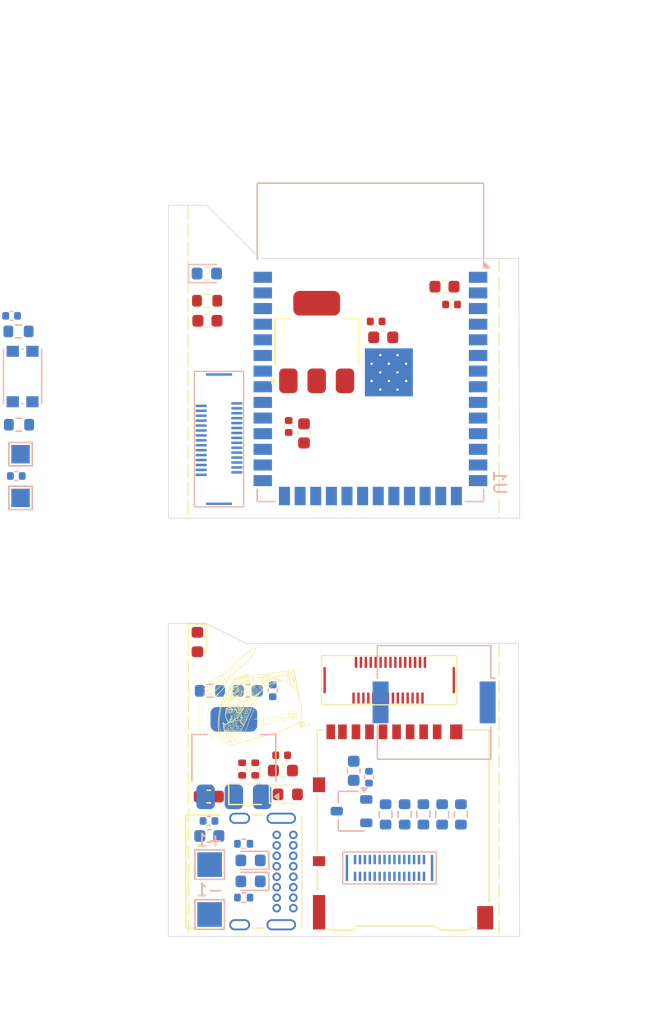
<source format=kicad_pcb>
(kicad_pcb (version 20241229) (generator "pcbnew") (generator_version "9.0")
  (layers (0 "F.Cu" signal) (4 "In1.Cu" signal) (6 "In2.Cu" signal) (2 "B.Cu" signal) (13 "F.Paste" user) (15 "B.Paste" user) (5 "F.SilkS" user "F.Silkscreen") (7 "B.SilkS" user "B.Silkscreen") (1 "F.Mask" user) (3 "B.Mask" user) (25 "Edge.Cuts" user))
  (net 0 "")
  (net 1 "RET")
  (net 2 "CONN_7")
  (net 3 "CONN_20")
  (net 4 "CONN_13")
  (net 5 "CONN_2")
  (net 6 "CONN_1")
  (net 7 "CONN_17")
  (net 8 "CONN_10")
  (net 9 "CONN_14")
  (net 10 "BZR")
  (net 11 "CONN_15")
  (net 12 "CONN_11")
  (net 13 "CONN_26")
  (net 14 "CONN_12")
  (net 15 "CONN_18")
  (net 16 "CONN_22")
  (net 17 "CONN_27")
  (net 18 "CONN_25")
  (net 19 "CONN_4")
  (net 20 "CONN_24")
  (net 21 "CONN_8")
  (net 22 "VCC_5V")
  (net 23 "GPIO0")
  (net 24 "CHIP_PU")
  (net 26 "SD_DET")
  (net 27 "LIPO GND")
  (net 28 "CONN_23")
  (net 29 "CONN_5")
  (net 31 "CONN_3V")
  (net 32 "CONN_3")
  (net 33 "CONN_6")
  (net 34 "CONN_16")
  (net 35 "CONN_9")
  (net 36 "CONN_0")
  (net 37 "CONN_21")
  (net 38 "CONN_19")
  (net 58 "CONN_5V")
  (net 60 "Net-(J5-CC1)")
  (net 61 "Net-(J5-CC2)")
  (net 62 "Net-(D1-A)")
  (net 63 "Net-(D2-A)")
  (net 64 "Net-(D3-A1)")
  (net 65 "Net-(J3-CC1)")
  (net 67 "Net-(J3-CC2)")
  (net 69 "Net-(J4-Pin_1)")
  (net 99 "CONN_28")
  (net 100 "CONN_GND")
  (net 101 "CONN_VCC")
  (footprint "Capacitor_SMD:C_0402_1005Metric" (layer "F.Cu") (at 71.5108 95.4532 180)
    (property "Reference" "C13" (hide yes))
    (property "Value" "100nF" (hide yes))
    (pad "1" smd roundrect (at -0.48 0 180) (size 0.56 0.62) (layers "F.Cu" "F.Mask" "F.Paste") (net 13 "CONN_26"))
    (pad "2" smd roundrect (at 0.48 0 180) (size 0.56 0.62) (layers "F.Cu" "F.Mask" "F.Paste") (net 27 "LIPO GND"))
  )
  (footprint "Capacitor_SMD:C_0603_1608Metric" (layer "F.Cu") (at 71.615 96.6978 180)
    (property "Reference" "C12" (hide yes))
    (property "Value" "10uF" (hide yes))
    (pad "1" smd roundrect (at -0.775 0 180) (size 0.9 0.95) (layers "F.Cu" "F.Mask" "F.Paste") (net 13 "CONN_26"))
    (pad "2" smd roundrect (at 0.775 0 180) (size 0.9 0.95) (layers "F.Cu" "F.Mask" "F.Paste") (net 27 "LIPO GND"))
  )
  (footprint "Diode_SMD:D_SOD-323" (layer "F.Cu") (at 68.8254 98.6028)
    (property "Reference" "D4" (hide yes))
    (property "Value" "1N5819WS" (hide yes))
    (pad "1" smd roundrect (at -1.05 0) (size 0.6 0.45) (layers "F.Cu" "F.Mask" "F.Paste") (net 101 "CONN_VCC"))
    (pad "2" smd roundrect (at 1.05 0) (size 0.6 0.45) (layers "F.Cu" "F.Mask" "F.Paste") (net 64 "Net-(D3-A1)"))
  )
  (footprint "Capacitor_SMD:C_0603_1608Metric" (layer "F.Cu") (at 84.7468 57.404 180)
    (property "Reference" "C3" (hide yes))
    (property "Value" "10uF" (hide yes))
    (pad "1" smd roundrect (at -0.775 0 180) (size 0.9 0.95) (layers "F.Cu" "F.Mask" "F.Paste") (net 101 "CONN_VCC"))
    (pad "2" smd roundrect (at 0.775 0 180) (size 0.9 0.95) (layers "F.Cu" "F.Mask" "F.Paste") (net 100 "CONN_GND"))
  )
  (footprint "MolexFSB:FSB5 Series 0.40 mm Pitch Floating SlimStack Board-to-Board Plugs" (layer "F.Cu") (at 80.2562 89.3572)
    (property "Reference" "J7" (hide yes))
    (property "Value" "Conn_02x16_Top_Bottom" (hide yes))
    (pad "1" smd roundrect (at -2.9 1.45) (size 0.2 0.899998) (layers "F.Cu" "F.Mask" "F.Paste") (roundrect_rratio 0.15))
    (pad "2" smd roundrect (at -2.5 1.45) (size 0.2 0.899998) (layers "F.Cu" "F.Mask" "F.Paste") (roundrect_rratio 0.15))
    (pad "3" smd roundrect (at -2.1 1.45) (size 0.2 0.899998) (layers "F.Cu" "F.Mask" "F.Paste") (roundrect_rratio 0.15))
    (pad "4" smd roundrect (at -1.7 1.45) (size 0.2 0.899998) (layers "F.Cu" "F.Mask" "F.Paste") (roundrect_rratio 0.15))
    (pad "5" smd roundrect (at -1.3 1.45) (size 0.2 0.899998) (layers "F.Cu" "F.Mask" "F.Paste") (roundrect_rratio 0.15))
    (pad "6" smd roundrect (at -0.9 1.45) (size 0.2 0.899998) (layers "F.Cu" "F.Mask" "F.Paste") (roundrect_rratio 0.15))
    (pad "7" smd roundrect (at -0.5 1.45) (size 0.2 0.899998) (layers "F.Cu" "F.Mask" "F.Paste") (roundrect_rratio 0.15))
    (pad "8" smd roundrect (at -0.1 1.45) (size 0.2 0.899998) (layers "F.Cu" "F.Mask" "F.Paste") (roundrect_rratio 0.15))
    (pad "9" smd roundrect (at 0.3 1.45) (size 0.2 0.899998) (layers "F.Cu" "F.Mask" "F.Paste") (roundrect_rratio 0.15))
    (pad "10" smd roundrect (at 0.7 1.45) (size 0.2 0.899998) (layers "F.Cu" "F.Mask" "F.Paste") (roundrect_rratio 0.15))
    (pad "11" smd roundrect (at 1.1 1.45) (size 0.2 0.899998) (layers "F.Cu" "F.Mask" "F.Paste") (roundrect_rratio 0.15))
    (pad "12" smd roundrect (at 1.5 1.45) (size 0.2 0.899998) (layers "F.Cu" "F.Mask" "F.Paste") (roundrect_rratio 0.15))
    (pad "13" smd roundrect (at 1.9 1.45) (size 0.2 0.899998) (layers "F.Cu" "F.Mask" "F.Paste") (roundrect_rratio 0.15))
    (pad "14" smd roundrect (at 2.3 1.45) (size 0.2 0.899998) (layers "F.Cu" "F.Mask" "F.Paste") (roundrect_rratio 0.15))
    (pad "15" smd roundrect (at 2.7 1.45) (size 0.2 0.899998) (layers "F.Cu" "F.Mask" "F.Paste") (roundrect_rratio 0.15))
    (pad "16" smd roundrect (at -2.7 -1.45) (size 0.2 0.899998) (layers "F.Cu" "F.Mask" "F.Paste") (roundrect_rratio 0.15))
    (pad "17" smd roundrect (at -2.3 -1.45) (size 0.2 0.899998) (layers "F.Cu" "F.Mask" "F.Paste") (roundrect_rratio 0.15))
    (pad "18" smd roundrect (at -1.9 -1.45) (size 0.2 0.899998) (layers "F.Cu" "F.Mask" "F.Paste") (roundrect_rratio 0.15))
    (pad "19" smd roundrect (at -1.5 -1.45) (size 0.2 0.899998) (layers "F.Cu" "F.Mask" "F.Paste") (roundrect_rratio 0.15))
    (pad "20" smd roundrect (at -1.1 -1.45) (size 0.2 0.899998) (layers "F.Cu" "F.Mask" "F.Paste") (roundrect_rratio 0.15))
    (pad "21" smd roundrect (at -0.7 -1.45) (size 0.2 0.899998) (layers "F.Cu" "F.Mask" "F.Paste") (roundrect_rratio 0.15))
    (pad "22" smd roundrect (at -0.3 -1.45) (size 0.2 0.899998) (layers "F.Cu" "F.Mask" "F.Paste") (roundrect_rratio 0.15))
    (pad "23" smd roundrect (at 0.1 -1.45) (size 0.2 0.899998) (layers "F.Cu" "F.Mask" "F.Paste") (roundrect_rratio 0.15))
    (pad "24" smd roundrect (at 0.5 -1.45) (size 0.2 0.899998) (layers "F.Cu" "F.Mask" "F.Paste") (roundrect_rratio 0.15))
    (pad "25" smd roundrect (at 0.9 -1.45) (size 0.2 0.899998) (layers "F.Cu" "F.Mask" "F.Paste") (roundrect_rratio 0.15))
    (pad "26" smd roundrect (at 1.3 -1.45) (size 0.2 0.899998) (layers "F.Cu" "F.Mask" "F.Paste") (roundrect_rratio 0.15))
    (pad "27" smd roundrect (at 1.7 -1.45) (size 0.2 0.899998) (layers "F.Cu" "F.Mask" "F.Paste") (roundrect_rratio 0.15))
    (pad "28" smd roundrect (at 2.1 -1.45) (size 0.2 0.899998) (layers "F.Cu" "F.Mask" "F.Paste") (roundrect_rratio 0.15))
    (pad "29" smd roundrect (at 2.5 -1.45) (size 0.2 0.899998) (layers "F.Cu" "F.Mask" "F.Paste") (roundrect_rratio 0.15))
    (pad "30" smd roundrect (at 2.9 -1.45) (size 0.2 0.899998) (layers "F.Cu" "F.Mask" "F.Paste") (roundrect_rratio 0.15))
    (pad "31" smd roundrect (at -5.25 0) (size 0.2 2.119998) (layers "F.Cu" "F.Mask" "F.Paste") (roundrect_rratio 0.15))
    (pad "32" smd roundrect (at 5.25 0) (size 0.2 2.119998) (layers "F.Cu" "F.Mask" "F.Paste") (roundrect_rratio 0.15))
  )
  (footprint "Capacitor_SMD:C_0603_1608Metric" (layer "F.Cu") (at 79.769 61.5188)
    (property "Reference" "C6" (hide yes))
    (property "Value" "10uF" (hide yes))
    (pad "1" smd roundrect (at -0.775 0) (size 0.9 0.95) (layers "F.Cu" "F.Mask" "F.Paste") (net 101 "CONN_VCC"))
    (pad "2" smd roundrect (at 0.775 0) (size 0.9 0.95) (layers "F.Cu" "F.Mask" "F.Paste") (net 100 "CONN_GND"))
  )
  (footprint "Resistor_SMD:R_0603_1608Metric" (layer "F.Cu") (at 65.4558 58.547)
    (property "Reference" "R1" (hide yes))
    (property "Value" "10k" (hide yes))
    (pad "1" smd roundrect (at -0.825 0) (size 0.8 0.95) (layers "F.Cu" "F.Mask" "F.Paste") (net 101 "CONN_VCC"))
    (pad "2" smd roundrect (at 0.825 0) (size 0.8 0.95) (layers "F.Cu" "F.Mask" "F.Paste") (net 24 "CHIP_PU"))
  )
  (footprint "Capacitor_SMD:C_0603_1608Metric" (layer "F.Cu") (at 65.4812 60.1726 180)
    (property "Reference" "C1" (hide yes))
    (property "Value" "1uF" (hide yes))
    (pad "1" smd roundrect (at -0.775 0 180) (size 0.9 0.95) (layers "F.Cu" "F.Mask" "F.Paste") (net 24 "CHIP_PU"))
    (pad "2" smd roundrect (at 0.775 0 180) (size 0.9 0.95) (layers "F.Cu" "F.Mask" "F.Paste") (net 100 "CONN_GND"))
  )
  (footprint "Connector_Card:microSD_HC_Hirose_DM3AT-SF-PEJM5" (layer "F.Cu") (at 81.379047 101.2744)
    (property "Reference" "J6" (hide yes))
    (property "Value" "Micro_SD_Card_Det2")
    (pad "1" smd rect (at 2.775 -7.725) (size 0.7 1.2) (layers "F.Cu" "F.Mask" "F.Paste") (net 28 "CONN_23"))
    (pad "2" smd rect (at 1.675 -7.725) (size 0.7 1.2) (layers "F.Cu" "F.Mask" "F.Paste") (net 20 "CONN_24"))
    (pad "3" smd rect (at 0.575 -7.725) (size 0.7 1.2) (layers "F.Cu" "F.Mask" "F.Paste") (net 18 "CONN_25"))
    (pad "4" smd rect (at -0.525 -7.725) (size 0.7 1.2) (layers "F.Cu" "F.Mask" "F.Paste") (net 101 "CONN_VCC"))
    (pad "5" smd rect (at -1.625 -7.725) (size 0.7 1.2) (layers "F.Cu" "F.Mask" "F.Paste") (net 13 "CONN_26"))
    (pad "6" smd rect (at -2.725 -7.725) (size 0.7 1.2) (layers "F.Cu" "F.Mask" "F.Paste") (net 100 "CONN_GND"))
    (pad "7" smd rect (at -3.825 -7.725) (size 0.7 1.2) (layers "F.Cu" "F.Mask" "F.Paste") (net 17 "CONN_27"))
    (pad "8" smd rect (at -4.925 -7.725) (size 0.7 1.2) (layers "F.Cu" "F.Mask" "F.Paste") (net 99 "CONN_28"))
    (pad "9" smd rect (at -5.875 -7.725) (size 0.7 1.2) (layers "F.Cu" "F.Mask" "F.Paste") (net 26 "SD_DET"))
    (pad "10" smd rect (at -6.825 2.775) (size 1 0.8) (layers "F.Cu" "F.Mask" "F.Paste") (net 26 "SD_DET"))
    (pad "11" smd rect (at -6.825 -3.425) (size 1 1.2) (layers "F.Cu" "F.Mask" "F.Paste") (net 100 "CONN_GND"))
    (pad "11" smd rect (at -6.825 6.925) (size 1 2.8) (layers "F.Cu" "F.Mask" "F.Paste") (net 100 "CONN_GND"))
    (pad "11" smd rect (at 4.325 -7.725) (size 1 1.2) (layers "F.Cu" "F.Mask" "F.Paste") (net 100 "CONN_GND"))
    (pad "11" smd rect (at 6.675 7.375) (size 1.3 1.9) (layers "F.Cu" "F.Mask" "F.Paste") (net 100 "CONN_GND"))
  )
  (footprint "Capacitor_SMD:C_0402_1005Metric" (layer "F.Cu") (at 79.1946 60.2234)
    (property "Reference" "C7" (hide yes))
    (property "Value" "0u1F" (hide yes))
    (pad "1" smd roundrect (at -0.48 0) (size 0.56 0.62) (layers "F.Cu" "F.Mask" "F.Paste") (net 101 "CONN_VCC"))
    (pad "2" smd roundrect (at 0.48 0) (size 0.56 0.62) (layers "F.Cu" "F.Mask" "F.Paste") (net 100 "CONN_GND"))
  )
  (footprint "lib:tacos_logo" (layer "F.Cu") (at 72.20462 81.119335)
    (property "Reference" "G***" (hide yes))
    (property "Value" "LOGO" (hide yes))
  )
  (footprint "Capacitor_SMD:C_0402_1005Metric" (layer "F.Cu") (at 85.3212 58.8518 180)
    (property "Reference" "C2" (hide yes))
    (property "Value" "0u1F" (hide yes))
    (pad "1" smd roundrect (at -0.48 0 180) (size 0.56 0.62) (layers "F.Cu" "F.Mask" "F.Paste") (net 101 "CONN_VCC"))
    (pad "2" smd roundrect (at 0.48 0 180) (size 0.56 0.62) (layers "F.Cu" "F.Mask" "F.Paste") (net 100 "CONN_GND"))
  )
  (footprint "LED_SMD:LED_0603_1608Metric" (layer "F.Cu") (at 64.6684 86.2584 -90)
    (property "Reference" "D2" (hide yes))
    (property "Value" "PWRLED" (hide yes))
    (pad "1" smd roundrect (at -0.7875 0 270) (size 0.875 0.95) (layers "F.Cu" "F.Mask" "F.Paste") (net 100 "CONN_GND"))
    (pad "2" smd roundrect (at 0.7875 0 270) (size 0.875 0.95) (layers "F.Cu" "F.Mask" "F.Paste") (net 63 "Net-(D2-A)"))
  )
  (footprint "Diode_SMD:D_0603_1608Metric" (layer "F.Cu") (at 72.0089 98.6282)
    (property "Reference" "D3" (hide yes))
    (property "Value" "D_TVS_Small_Filled" (hide yes))
    (pad "1" smd roundrect (at -0.7875 0) (size 0.875 0.95) (layers "F.Cu" "F.Mask" "F.Paste") (net 64 "Net-(D3-A1)"))
    (pad "2" smd roundrect (at 0.7875 0) (size 0.875 0.95) (layers "F.Cu" "F.Mask" "F.Paste") (net 100 "CONN_GND"))
  )
  (footprint "Connector_USB:USB_C_Receptacle_GCT_USB4085" (layer "F.Cu") (at 72.460647 101.9172 -90)
    (property "Reference" "J3" (hide yes))
    (property "Value" "USB_C_Receptacle_USB2.0_16P" (hide yes))
    (pad "A1" thru_hole circle (at 0 0 270) (size 0.7 0.7) (drill 0.4) (layers "*.Cu" "*.Mask") (net 100 "CONN_GND"))
    (pad "A4" thru_hole circle (at 0.85 0 270) (size 0.7 0.7) (drill 0.4) (layers "*.Cu" "*.Mask") (net 64 "Net-(D3-A1)"))
    (pad "A5" thru_hole circle (at 1.7 0 270) (size 0.7 0.7) (drill 0.4) (layers "*.Cu" "*.Mask") (net 65 "Net-(J3-CC1)"))
    (pad "A6" thru_hole circle (at 2.55 0 270) (size 0.7 0.7) (drill 0.4) (layers "*.Cu" "*.Mask") (net 11 "CONN_15"))
    (pad "A7" thru_hole circle (at 3.4 0 270) (size 0.7 0.7) (drill 0.4) (layers "*.Cu" "*.Mask") (net 9 "CONN_14"))
    (pad "A8" thru_hole circle (at 4.25 0 270) (size 0.7 0.7) (drill 0.4) (layers "*.Cu" "*.Mask"))
    (pad "A9" thru_hole circle (at 5.1 0 270) (size 0.7 0.7) (drill 0.4) (layers "*.Cu" "*.Mask") (net 64 "Net-(D3-A1)"))
    (pad "A12" thru_hole circle (at 5.95 0 270) (size 0.7 0.7) (drill 0.4) (layers "*.Cu" "*.Mask") (net 100 "CONN_GND"))
    (pad "B1" thru_hole circle (at 5.95 1.35 270) (size 0.7 0.7) (drill 0.4) (layers "*.Cu" "*.Mask") (net 100 "CONN_GND"))
    (pad "B4" thru_hole circle (at 5.1 1.35 270) (size 0.7 0.7) (drill 0.4) (layers "*.Cu" "*.Mask") (net 64 "Net-(D3-A1)"))
    (pad "B5" thru_hole circle (at 4.25 1.35 270) (size 0.7 0.7) (drill 0.4) (layers "*.Cu" "*.Mask") (net 67 "Net-(J3-CC2)"))
    (pad "B6" thru_hole circle (at 3.4 1.35 270) (size 0.7 0.7) (drill 0.4) (layers "*.Cu" "*.Mask") (net 11 "CONN_15"))
    (pad "B7" thru_hole circle (at 2.55 1.35 270) (size 0.7 0.7) (drill 0.4) (layers "*.Cu" "*.Mask") (net 9 "CONN_14"))
    (pad "B8" thru_hole circle (at 1.7 1.35 270) (size 0.7 0.7) (drill 0.4) (layers "*.Cu" "*.Mask"))
    (pad "B9" thru_hole circle (at 0.85 1.35 270) (size 0.7 0.7) (drill 0.4) (layers "*.Cu" "*.Mask") (net 64 "Net-(D3-A1)"))
    (pad "B12" thru_hole circle (at 0 1.35 270) (size 0.7 0.7) (drill 0.4) (layers "*.Cu" "*.Mask") (net 100 "CONN_GND"))
    (pad "S1" thru_hole oval (at -1.35 0.98 270) (size 0.9 2.4) (drill oval 0.6 2.1) (layers "*.Cu" "*.Mask") (net 100 "CONN_GND"))
    (pad "S1" thru_hole oval (at -1.35 4.36 270) (size 0.9 1.7) (drill oval 0.6 1.4) (layers "*.Cu" "*.Mask") (net 100 "CONN_GND"))
    (pad "S1" thru_hole oval (at 7.3 0.98 270) (size 0.9 2.4) (drill oval 0.6 2.1) (layers "*.Cu" "*.Mask") (net 100 "CONN_GND"))
    (pad "S1" thru_hole oval (at 7.3 4.36 270) (size 0.9 1.7) (drill oval 0.6 1.4) (layers "*.Cu" "*.Mask") (net 100 "CONN_GND"))
  )
  (footprint "Resistor_SMD:R_0603_1608Metric" (layer "F.Cu") (at 65.4304 56.3372)
    (property "Reference" "R2" (hide yes))
    (property "Value" "75" (hide yes))
    (pad "1" smd roundrect (at -0.825 0) (size 0.8 0.95) (layers "F.Cu" "F.Mask" "F.Paste") (net 101 "CONN_VCC"))
    (pad "2" smd roundrect (at 0.825 0) (size 0.8 0.95) (layers "F.Cu" "F.Mask" "F.Paste") (net 62 "Net-(D1-A)"))
  )
  (footprint "Capacitor_SMD:C_0402_1005Metric" (layer "F.Cu") (at 72.0852 68.7578 -90)
    (property "Reference" "C5" (hide yes))
    (property "Value" "0u1F" (hide yes))
    (pad "1" smd roundrect (at -0.48 0 270) (size 0.56 0.62) (layers "F.Cu" "F.Mask" "F.Paste") (net 31 "CONN_3V"))
    (pad "2" smd roundrect (at 0.48 0 270) (size 0.56 0.62) (layers "F.Cu" "F.Mask" "F.Paste") (net 100 "CONN_GND"))
  )
  (footprint "Capacitor_SMD:C_0603_1608Metric" (layer "F.Cu") (at 65.5952 98.806 180)
    (property "Reference" "C12" (hide yes))
    (property "Value" "10uF" (hide yes))
    (pad "1" smd roundrect (at -0.775 0 180) (size 0.9 0.95) (layers "F.Cu" "F.Mask" "F.Paste") (net 101 "CONN_VCC"))
    (pad "2" smd roundrect (at 0.775 0 180) (size 0.9 0.95) (layers "F.Cu" "F.Mask" "F.Paste") (net 100 "CONN_GND"))
  )
  (footprint "Resistor_SMD:R_0402_1005Metric" (layer "F.Cu") (at 68.2986 96.5748 90)
    (property "Reference" "R2" (hide yes))
    (property "Value" "5k1" (hide yes))
    (pad "1" smd roundrect (at -0.51 0 90) (size 0.54 0.64) (layers "F.Cu" "F.Mask" "F.Paste") (net 60 "Net-(J5-CC1)"))
    (pad "2" smd roundrect (at 0.51 0 90) (size 0.54 0.64) (layers "F.Cu" "F.Mask" "F.Paste") (net 27 "LIPO GND"))
  )
  (footprint "Package_TO_SOT_SMD:SOT-223-3_TabPin2" (layer "F.Cu") (at 74.3598 61.8994 90)
    (property "Reference" "U2" (hide yes))
    (property "Value" "AMS1117-3.3" (hide yes))
    (pad "1" smd roundrect (at -3.15 -2.3 90) (size 2 1.5) (layers "F.Cu" "F.Mask" "F.Paste") (net 100 "CONN_GND"))
    (pad "2" smd roundrect (at -3.15 0 90) (size 2 1.5) (layers "F.Cu" "F.Mask" "F.Paste") (net 101 "CONN_VCC"))
    (pad "2" smd roundrect (at 3.15 0 90) (size 2 3.8) (layers "F.Cu" "F.Mask" "F.Paste") (net 101 "CONN_VCC"))
    (pad "3" smd roundrect (at -3.15 2.3 90) (size 2 1.5) (layers "F.Cu" "F.Mask" "F.Paste") (net 31 "CONN_3V"))
  )
  (footprint "Capacitor_SMD:C_0603_1608Metric" (layer "F.Cu") (at 73.3298 69.3166 -90)
    (property "Reference" "C4" (hide yes))
    (property "Value" "10uF" (hide yes))
    (pad "1" smd roundrect (at -0.775 0 270) (size 0.9 0.95) (layers "F.Cu" "F.Mask" "F.Paste") (net 31 "CONN_3V"))
    (pad "2" smd roundrect (at 0.775 0 270) (size 0.9 0.95) (layers "F.Cu" "F.Mask" "F.Paste") (net 100 "CONN_GND"))
  )
  (footprint "Resistor_SMD:R_0402_1005Metric" (layer "F.Cu") (at 69.3674 96.5728 90)
    (property "Reference" "R1" (hide yes))
    (property "Value" "5k1" (hide yes))
    (pad "1" smd roundrect (at -0.51 0 90) (size 0.54 0.64) (layers "F.Cu" "F.Mask" "F.Paste") (net 61 "Net-(J5-CC2)"))
    (pad "2" smd roundrect (at 0.51 0 90) (size 0.54 0.64) (layers "F.Cu" "F.Mask" "F.Paste") (net 27 "LIPO GND"))
  )
  (footprint "Capacitor_SMD:C_0603_1608Metric" (layer "B.Cu") (at 77.3684 96.7108 -90)
    (property "Reference" "C13" (hide yes))
    (property "Value" "10uF" (hide yes))
    (pad "1" smd roundrect (at -0.775 0 270) (size 0.9 0.95) (layers "B.Cu" "B.Mask" "B.Paste") (net 101 "CONN_VCC"))
    (pad "2" smd roundrect (at 0.775 0 270) (size 0.9 0.95) (layers "B.Cu" "B.Mask" "B.Paste") (net 100 "CONN_GND"))
  )
  (footprint "Capacitor_SMD:C_0603_1608Metric" (layer "B.Cu") (at 65.6336 102.0064)
    (property "Reference" "C8" (hide yes))
    (property "Value" "10uF" (hide yes))
    (pad "1" smd roundrect (at -0.775 0) (size 0.9 0.95) (layers "B.Cu" "B.Mask" "B.Paste") (net 31 "CONN_3V"))
    (pad "2" smd roundrect (at 0.775 0) (size 0.9 0.95) (layers "B.Cu" "B.Mask" "B.Paste") (net 100 "CONN_GND"))
  )
  (footprint "MolexFSB:FSB5 Series 0.40 mm Pitch Floating SlimStack Board-to-Board Receptacles" (layer "B.Cu") (at 80.2768 104.603 180)
    (property "Reference" "J1" (hide yes))
    (property "Value" "Conn_02x16_Top_Bottom" (hide yes))
    (pad "1" smd roundrect (at -2.8 -0.68 180) (size 0.2 0.76115) (layers "B.Cu" "B.Mask" "B.Paste") (roundrect_rratio 0.15) (net 36 "CONN_0"))
    (pad "2" smd roundrect (at -2.4 -0.68 180) (size 0.2 0.76115) (layers "B.Cu" "B.Mask" "B.Paste") (roundrect_rratio 0.15) (net 6 "CONN_1"))
    (pad "3" smd roundrect (at -2 -0.68 180) (size 0.2 0.76115) (layers "B.Cu" "B.Mask" "B.Paste") (roundrect_rratio 0.15) (net 5 "CONN_2"))
    (pad "4" smd roundrect (at -1.6 -0.68 180) (size 0.2 0.76115) (layers "B.Cu" "B.Mask" "B.Paste") (roundrect_rratio 0.15) (net 32 "CONN_3"))
    (pad "5" smd roundrect (at -1.2 -0.68 180) (size 0.2 0.76115) (layers "B.Cu" "B.Mask" "B.Paste") (roundrect_rratio 0.15) (net 19 "CONN_4"))
    (pad "6" smd roundrect (at -0.8 -0.68 180) (size 0.2 0.76115) (layers "B.Cu" "B.Mask" "B.Paste") (roundrect_rratio 0.15) (net 29 "CONN_5"))
    (pad "7" smd roundrect (at -0.4 -0.68 180) (size 0.2 0.76115) (layers "B.Cu" "B.Mask" "B.Paste") (roundrect_rratio 0.15) (net 33 "CONN_6"))
    (pad "8" smd roundrect (at 0 -0.68 180) (size 0.2 0.76115) (layers "B.Cu" "B.Mask" "B.Paste") (roundrect_rratio 0.15) (net 2 "CONN_7"))
    (pad "9" smd roundrect (at 0.4 -0.68 180) (size 0.2 0.76115) (layers "B.Cu" "B.Mask" "B.Paste") (roundrect_rratio 0.15) (net 21 "CONN_8"))
    (pad "10" smd roundrect (at 0.8 -0.68 180) (size 0.2 0.76115) (layers "B.Cu" "B.Mask" "B.Paste") (roundrect_rratio 0.15) (net 35 "CONN_9"))
    (pad "11" smd roundrect (at 1.2 -0.68 180) (size 0.2 0.76115) (layers "B.Cu" "B.Mask" "B.Paste") (roundrect_rratio 0.15) (net 8 "CONN_10"))
    (pad "12" smd roundrect (at 1.6 -0.68 180) (size 0.2 0.76115) (layers "B.Cu" "B.Mask" "B.Paste") (roundrect_rratio 0.15) (net 12 "CONN_11"))
    (pad "13" smd roundrect (at 2 -0.68 180) (size 0.2 0.76115) (layers "B.Cu" "B.Mask" "B.Paste") (roundrect_rratio 0.15) (net 14 "CONN_12"))
    (pad "14" smd roundrect (at 2.4 -0.68 180) (size 0.2 0.76115) (layers "B.Cu" "B.Mask" "B.Paste") (roundrect_rratio 0.15) (net 4 "CONN_13"))
    (pad "15" smd roundrect (at 2.8 -0.68 180) (size 0.2 0.76115) (layers "B.Cu" "B.Mask" "B.Paste") (roundrect_rratio 0.15) (net 9 "CONN_14"))
    (pad "16" smd roundrect (at -2.8 0.68 180) (size 0.2 0.76115) (layers "B.Cu" "B.Mask" "B.Paste") (roundrect_rratio 0.15) (net 11 "CONN_15"))
    (pad "17" smd roundrect (at -2.4 0.68 180) (size 0.2 0.76115) (layers "B.Cu" "B.Mask" "B.Paste") (roundrect_rratio 0.15) (net 34 "CONN_16"))
    (pad "18" smd roundrect (at -2 0.68 180) (size 0.2 0.76115) (layers "B.Cu" "B.Mask" "B.Paste") (roundrect_rratio 0.15) (net 7 "CONN_17"))
    (pad "19" smd roundrect (at -1.6 0.68 180) (size 0.2 0.76115) (layers "B.Cu" "B.Mask" "B.Paste") (roundrect_rratio 0.15) (net 15 "CONN_18"))
    (pad "20" smd roundrect (at -1.2 0.68 180) (size 0.2 0.76115) (layers "B.Cu" "B.Mask" "B.Paste") (roundrect_rratio 0.15) (net 38 "CONN_19"))
    (pad "21" smd roundrect (at -0.8 0.68 180) (size 0.2 0.76115) (layers "B.Cu" "B.Mask" "B.Paste") (roundrect_rratio 0.15) (net 3 "CONN_20"))
    (pad "22" smd roundrect (at -0.4 0.68 180) (size 0.2 0.76115) (layers "B.Cu" "B.Mask" "B.Paste") (roundrect_rratio 0.15) (net 37 "CONN_21"))
    (pad "23" smd roundrect (at 0 0.68 180) (size 0.2 0.76115) (layers "B.Cu" "B.Mask" "B.Paste") (roundrect_rratio 0.15) (net 16 "CONN_22"))
    (pad "24" smd roundrect (at 0.4 0.68 180) (size 0.2 0.76115) (layers "B.Cu" "B.Mask" "B.Paste") (roundrect_rratio 0.15) (net 28 "CONN_23"))
    (pad "25" smd roundrect (at 0.8 0.68 180) (size 0.2 0.76115) (layers "B.Cu" "B.Mask" "B.Paste") (roundrect_rratio 0.15) (net 20 "CONN_24"))
    (pad "26" smd roundrect (at 1.2 0.68 180) (size 0.2 0.76115) (layers "B.Cu" "B.Mask" "B.Paste") (roundrect_rratio 0.15) (net 18 "CONN_25"))
    (pad "27" smd roundrect (at 1.6 0.68 180) (size 0.2 0.76115) (layers "B.Cu" "B.Mask" "B.Paste") (roundrect_rratio 0.15) (net 13 "CONN_26"))
    (pad "28" smd roundrect (at 2 0.68 180) (size 0.2 0.76115) (layers "B.Cu" "B.Mask" "B.Paste") (roundrect_rratio 0.15) (net 17 "CONN_27"))
    (pad "29" smd roundrect (at 2.4 0.68 180) (size 0.2 0.76115) (layers "B.Cu" "B.Mask" "B.Paste") (roundrect_rratio 0.15) (net 99 "CONN_28"))
    (pad "30" smd roundrect (at 2.8 0.68 180) (size 0.2 0.76115) (layers "B.Cu" "B.Mask" "B.Paste") (roundrect_rratio 0.15) (net 1 "RET"))
    (pad "31" smd roundrect (at -3.46 0 180) (size 0.2 2.119998) (layers "B.Cu" "B.Mask" "B.Paste") (roundrect_rratio 0.15) (net 101 "CONN_VCC"))
    (pad "32" smd roundrect (at 3.46 -0.000001 180) (size 0.2 2.119998) (layers "B.Cu" "B.Mask" "B.Paste") (roundrect_rratio 0.15) (net 100 "CONN_GND"))
  )
  (footprint "Capacitor_SMD:C_0402_1005Metric" (layer "B.Cu") (at 49.947 72.7776)
    (property "Reference" "C16" (hide yes))
    (property "Value" "0u1F" (hide yes))
    (pad "1" smd roundrect (at -0.48 0) (size 0.56 0.62) (layers "B.Cu" "B.Mask" "B.Paste") (net 24 "CHIP_PU"))
    (pad "2" smd roundrect (at 0.48 0) (size 0.56 0.62) (layers "B.Cu" "B.Mask" "B.Paste") (net 100 "CONN_GND"))
  )
  (footprint "Package_TO_SOT_SMD:SOT-23W" (layer "B.Cu") (at 77.1906 99.9907 180)
    (property "Reference" "Q1" (hide yes))
    (property "Value" "MMBT2222A" (hide yes))
    (pad "1" smd roundrect (at -1.2 0.95 180) (size 1 0.7) (layers "B.Cu" "B.Mask" "B.Paste") (net 14 "CONN_12"))
    (pad "2" smd roundrect (at -1.2 -0.95 180) (size 1 0.7) (layers "B.Cu" "B.Mask" "B.Paste") (net 58 "CONN_5V"))
    (pad "3" smd roundrect (at 1.2 0 180) (size 1 0.7) (layers "B.Cu" "B.Mask" "B.Paste") (net 22 "VCC_5V"))
  )
  (footprint "Resistor_SMD:R_0603_1608Metric" (layer "B.Cu") (at 81.5086 100.2538 -90)
    (property "Reference" "R7" (hide yes))
    (property "Value" "10k" (hide yes))
    (pad "1" smd roundrect (at -0.825 0 270) (size 0.8 0.95) (layers "B.Cu" "B.Mask" "B.Paste") (net 101 "CONN_VCC"))
    (pad "2" smd roundrect (at 0.825 0 270) (size 0.8 0.95) (layers "B.Cu" "B.Mask" "B.Paste") (net 17 "CONN_27"))
  )
  (footprint "Resistor_SMD:R_0603_1608Metric" (layer "B.Cu") (at 86.0806 100.2538 -90)
    (property "Reference" "R11" (hide yes))
    (property "Value" "10k" (hide yes))
    (pad "1" smd roundrect (at -0.825 0 270) (size 0.8 0.95) (layers "B.Cu" "B.Mask" "B.Paste") (net 101 "CONN_VCC"))
    (pad "2" smd roundrect (at 0.825 0 270) (size 0.8 0.95) (layers "B.Cu" "B.Mask" "B.Paste") (net 28 "CONN_23"))
  )
  (footprint "Capacitor_SMD:C_0402_1005Metric" (layer "B.Cu") (at 49.566 59.7728)
    (property "Reference" "C14" (hide yes))
    (property "Value" "0u1F" (hide yes))
    (pad "1" smd roundrect (at -0.48 0) (size 0.56 0.62) (layers "B.Cu" "B.Mask" "B.Paste") (net 23 "GPIO0"))
    (pad "2" smd roundrect (at 0.48 0) (size 0.56 0.62) (layers "B.Cu" "B.Mask" "B.Paste") (net 100 "CONN_GND"))
  )
  (footprint "LED_SMD:LED_0603_1608Metric" (layer "B.Cu") (at 65.4303 56.3372)
    (property "Reference" "D1" (hide yes))
    (property "Value" "PWRLED" (hide yes))
    (pad "1" smd roundrect (at -0.7875 0) (size 0.875 0.95) (layers "B.Cu" "B.Mask" "B.Paste") (net 100 "CONN_GND"))
    (pad "2" smd roundrect (at 0.7875 0) (size 0.875 0.95) (layers "B.Cu" "B.Mask" "B.Paste") (net 62 "Net-(D1-A)"))
  )
  (footprint "TestPoint:TestPoint_Pad_2.0x2.0mm" (layer "B.Cu") (at 65.659 104.3318 180)
    (property "Reference" "+1" (at 0 1.998 0) (layer "B.SilkS") (effects (justify mirror)))
    (property "Value" "LIPO GND" (hide yes))
    (pad "1" smd rect (at 0 0 180) (size 2 2) (layers "B.Cu" "B.Mask") (net 31 "CONN_3V"))
  )
  (footprint "Resistor_SMD:R_0603_1608Metric" (layer "B.Cu") (at 83.0326 100.2538 -90)
    (property "Reference" "R6" (hide yes))
    (property "Value" "10k" (hide yes))
    (pad "1" smd roundrect (at -0.825 0 270) (size 0.8 0.95) (layers "B.Cu" "B.Mask" "B.Paste") (net 101 "CONN_VCC"))
    (pad "2" smd roundrect (at 0.825 0 270) (size 0.8 0.95) (layers "B.Cu" "B.Mask" "B.Paste") (net 18 "CONN_25"))
  )
  (footprint "TestPoint:TestPoint_Pad_1.5x1.5mm" (layer "B.Cu") (at 50.2918 74.5556 180)
    (property "Reference" "J5" (hide yes))
    (property "Value" "En_B" (hide yes))
    (pad "1" smd rect (at 0 0 180) (size 1.5 1.5) (layers "B.Cu" "B.Mask") (net 24 "CHIP_PU"))
  )
  (footprint "Capacitor_SMD:C_0402_1005Metric" (layer "B.Cu") (at 70.7898 90.2182 90)
    (property "Reference" "C11" (hide yes))
    (property "Value" "0u1F" (hide yes))
    (pad "1" smd roundrect (at -0.48 0 90) (size 0.56 0.62) (layers "B.Cu" "B.Mask" "B.Paste") (net 22 "VCC_5V"))
    (pad "2" smd roundrect (at 0.48 0 90) (size 0.56 0.62) (layers "B.Cu" "B.Mask" "B.Paste") (net 100 "CONN_GND"))
  )
  (footprint "Resistor_SMD:R_0603_1608Metric" (layer "B.Cu") (at 50.1274 61.0362 180)
    (property "Reference" "R10" (hide yes))
    (property "Value" "10k" (hide yes))
    (pad "1" smd roundrect (at -0.825 0 180) (size 0.8 0.95) (layers "B.Cu" "B.Mask" "B.Paste") (net 101 "CONN_VCC"))
    (pad "2" smd roundrect (at 0.825 0 180) (size 0.8 0.95) (layers "B.Cu" "B.Mask" "B.Paste") (net 23 "GPIO0"))
  )
  (footprint "TestPoint:TestPoint_Pad_2.0x2.0mm" (layer "B.Cu") (at 65.659 108.3818 180)
    (property "Reference" "-1" (at 0 1.998 0) (layer "B.SilkS") (effects (justify mirror)))
    (property "Value" "LIPO PWR" (hide yes))
    (pad "1" smd rect (at 0 0 180) (size 2 2) (layers "B.Cu" "B.Mask") (net 100 "CONN_GND"))
  )
  (footprint "RF_Module:ESP32-S3-WROOM-1" (layer "B.Cu") (at 78.7276 61.902 180)
    (property "Reference" "U1" (at -10.5 -11.4 270) (layer "B.SilkS") (effects (justify mirror)))
    (property "Value" "ESP32-S3-WROOM-1" (hide yes))
    (pad "1" smd rect (at -8.75 5.26 180) (size 1.5 0.9) (layers "B.Cu" "B.Mask" "B.Paste") (net 100 "CONN_GND"))
    (pad "2" smd rect (at -8.75 3.99 180) (size 1.5 0.9) (layers "B.Cu" "B.Mask" "B.Paste") (net 101 "CONN_VCC"))
    (pad "3" smd rect (at -8.75 2.72 180) (size 1.5 0.9) (layers "B.Cu" "B.Mask" "B.Paste") (net 24 "CHIP_PU"))
    (pad "4" smd rect (at -8.75 1.45 180) (size 1.5 0.9) (layers "B.Cu" "B.Mask" "B.Paste"))
    (pad "5" smd rect (at -8.75 0.18 180) (size 1.5 0.9) (layers "B.Cu" "B.Mask" "B.Paste"))
    (pad "6" smd rect (at -8.75 -1.09 180) (size 1.5 0.9) (layers "B.Cu" "B.Mask" "B.Paste"))
    (pad "7" smd rect (at -8.75 -2.36 180) (size 1.5 0.9) (layers "B.Cu" "B.Mask" "B.Paste"))
    (pad "8" smd rect (at -8.75 -3.63 180) (size 1.5 0.9) (layers "B.Cu" "B.Mask" "B.Paste"))
    (pad "9" smd rect (at -8.75 -4.9 180) (size 1.5 0.9) (layers "B.Cu" "B.Mask" "B.Paste"))
    (pad "10" smd rect (at -8.75 -6.17 180) (size 1.5 0.9) (layers "B.Cu" "B.Mask" "B.Paste"))
    (pad "11" smd rect (at -8.75 -7.44 180) (size 1.5 0.9) (layers "B.Cu" "B.Mask" "B.Paste"))
    (pad "12" smd rect (at -8.75 -8.71 180) (size 1.5 0.9) (layers "B.Cu" "B.Mask" "B.Paste"))
    (pad "13" smd rect (at -8.75 -9.98 180) (size 1.5 0.9) (layers "B.Cu" "B.Mask" "B.Paste") (net 9 "CONN_14"))
    (pad "14" smd rect (at -8.75 -11.25) (size 1.5 0.9) (layers "B.Cu" "B.Mask" "B.Paste") (net 11 "CONN_15"))
    (pad "15" smd rect (at -6.985 -12.5 270) (size 1.5 0.9) (layers "B.Cu" "B.Mask" "B.Paste"))
    (pad "16" smd rect (at -5.715 -12.5 270) (size 1.5 0.9) (layers "B.Cu" "B.Mask" "B.Paste"))
    (pad "17" smd rect (at -4.445 -12.5 270) (size 1.5 0.9) (layers "B.Cu" "B.Mask" "B.Paste"))
    (pad "18" smd rect (at -3.175 -12.5 270) (size 1.5 0.9) (layers "B.Cu" "B.Mask" "B.Paste") (net 10 "BZR"))
    (pad "19" smd rect (at -1.905 -12.5 270) (size 1.5 0.9) (layers "B.Cu" "B.Mask" "B.Paste"))
    (pad "20" smd rect (at -0.635 -12.5 270) (size 1.5 0.9) (layers "B.Cu" "B.Mask" "B.Paste") (net 14 "CONN_12"))
    (pad "21" smd rect (at 0.635 -12.5 270) (size 1.5 0.9) (layers "B.Cu" "B.Mask" "B.Paste") (net 1 "RET"))
    (pad "22" smd rect (at 1.905 -12.5 270) (size 1.5 0.9) (layers "B.Cu" "B.Mask" "B.Paste"))
    (pad "23" smd rect (at 3.175 -12.5 270) (size 1.5 0.9) (layers "B.Cu" "B.Mask" "B.Paste"))
    (pad "24" smd rect (at 4.445 -12.5 270) (size 1.5 0.9) (layers "B.Cu" "B.Mask" "B.Paste"))
    (pad "25" smd rect (at 5.715 -12.5 270) (size 1.5 0.9) (layers "B.Cu" "B.Mask" "B.Paste"))
    (pad "26" smd rect (at 6.985 -12.5 270) (size 1.5 0.9) (layers "B.Cu" "B.Mask" "B.Paste"))
    (pad "27" smd rect (at 8.75 -11.25 180) (size 1.5 0.9) (layers "B.Cu" "B.Mask" "B.Paste") (net 23 "GPIO0"))
    (pad "28" smd rect (at 8.75 -9.98 180) (size 1.5 0.9) (layers "B.Cu" "B.Mask" "B.Paste") (net 28 "CONN_23"))
    (pad "29" smd rect (at 8.75 -8.71 180) (size 1.5 0.9) (layers "B.Cu" "B.Mask" "B.Paste") (net 20 "CONN_24"))
    (pad "30" smd rect (at 8.75 -7.44 180) (size 1.5 0.9) (layers "B.Cu" "B.Mask" "B.Paste") (net 18 "CONN_25"))
    (pad "31" smd rect (at 8.75 -6.17 180) (size 1.5 0.9) (layers "B.Cu" "B.Mask" "B.Paste") (net 26 "SD_DET"))
    (pad "32" smd rect (at 8.75 -4.9 180) (size 1.5 0.9) (layers "B.Cu" "B.Mask" "B.Paste") (net 13 "CONN_26"))
    (pad "33" smd rect (at 8.75 -3.63 180) (size 1.5 0.9) (layers "B.Cu" "B.Mask" "B.Paste") (net 17 "CONN_27"))
    (pad "34" smd rect (at 8.75 -2.36 180) (size 1.5 0.9) (layers "B.Cu" "B.Mask" "B.Paste") (net 99 "CONN_28"))
    (pad "35" smd rect (at 8.75 -1.09 180) (size 1.5 0.9) (layers "B.Cu" "B.Mask" "B.Paste"))
    (pad "36" smd rect (at 8.75 0.18 180) (size 1.5 0.9) (layers "B.Cu" "B.Mask" "B.Paste"))
    (pad "37" smd rect (at 8.75 1.45 180) (size 1.5 0.9) (layers "B.Cu" "B.Mask" "B.Paste"))
    (pad "38" smd rect (at 8.75 2.72 180) (size 1.5 0.9) (layers "B.Cu" "B.Mask" "B.Paste") (net 19 "CONN_4"))
    (pad "39" smd rect (at 8.75 3.99 180) (size 1.5 0.9) (layers "B.Cu" "B.Mask" "B.Paste") (net 32 "CONN_3"))
    (pad "40" smd rect (at 8.75 5.26 180) (size 1.5 0.9) (layers "B.Cu" "B.Mask" "B.Paste") (net 100 "CONN_GND"))
    (pad "41" thru_hole circle (at -2.9 -3.16 180) (size 0.6 0.6) (drill 0.2) (property pad_prop_heatsink) (layers "*.Cu" "B.Mask") (net 100 "CONN_GND"))
    (pad "41" thru_hole circle (at -2.9 -1.76 90) (size 0.6 0.6) (drill 0.2) (property pad_prop_heatsink) (layers "*.Cu" "B.Mask") (net 100 "CONN_GND"))
    (pad "41" thru_hole circle (at -2.2 -3.86 180) (size 0.6 0.6) (drill 0.2) (property pad_prop_heatsink) (layers "*.Cu" "B.Mask") (net 100 "CONN_GND"))
    (pad "41" thru_hole circle (at -2.2 -2.46 180) (size 0.6 0.6) (drill 0.2) (property pad_prop_heatsink) (layers "*.Cu" "B.Mask") (net 100 "CONN_GND"))
    (pad "41" thru_hole circle (at -2.2 -1.06 180) (size 0.6 0.6) (drill 0.2) (property pad_prop_heatsink) (layers "*.Cu" "B.Mask") (net 100 "CONN_GND"))
    (pad "41" thru_hole circle (at -1.5 -3.16 180) (size 0.6 0.6) (drill 0.2) (property pad_prop_heatsink) (layers "*.Cu" "B.Mask") (net 100 "CONN_GND"))
    (pad "41" smd rect (at -1.5 -2.46 270) (size 3.9 3.9) (property pad_prop_heatsink) (layers "B.Cu" "B.Mask") (net 100 "CONN_GND"))
    (pad "41" thru_hole circle (at -1.5 -1.76 180) (size 0.6 0.6) (drill 0.2) (property pad_prop_heatsink) (layers "*.Cu" "B.Mask") (net 100 "CONN_GND"))
    (pad "41" thru_hole circle (at -0.8 -3.86 180) (size 0.6 0.6) (drill 0.2) (property pad_prop_heatsink) (layers "*.Cu" "B.Mask") (net 100 "CONN_GND"))
    (pad "41" thru_hole circle (at -0.8 -2.46 180) (size 0.6 0.6) (drill 0.2) (property pad_prop_heatsink) (layers "*.Cu" "B.Mask") (net 100 "CONN_GND"))
    (pad "41" thru_hole circle (at -0.8 -1.06 180) (size 0.6 0.6) (drill 0.2) (property pad_prop_heatsink) (layers "*.Cu" "B.Mask") (net 100 "CONN_GND"))
    (pad "41" thru_hole circle (at -0.1 -3.16 180) (size 0.6 0.6) (drill 0.2) (property pad_prop_heatsink) (layers "*.Cu" "B.Mask") (net 100 "CONN_GND"))
    (pad "41" thru_hole circle (at -0.1 -1.76 180) (size 0.6 0.6) (drill 0.2) (property pad_prop_heatsink) (layers "*.Cu" "B.Mask") (net 100 "CONN_GND"))
  )
  (footprint "Resistor_SMD:R_0603_1608Metric" (layer "B.Cu") (at 50.166 68.612 180)
    (property "Reference" "R12" (hide yes))
    (property "Value" "10k" (hide yes))
    (pad "1" smd roundrect (at -0.825 0 180) (size 0.8 0.95) (layers "B.Cu" "B.Mask" "B.Paste") (net 101 "CONN_VCC"))
    (pad "2" smd roundrect (at 0.825 0 180) (size 0.8 0.95) (layers "B.Cu" "B.Mask" "B.Paste") (net 69 "Net-(J4-Pin_1)"))
  )
  (footprint "Diode_SMD:D_0603_1608Metric" (layer "B.Cu") (at 68.9865 105.6894 180)
    (property "Reference" "D6" (hide yes))
    (property "Value" "D_TVS_Small_Filled" (hide yes))
    (pad "1" smd roundrect (at -0.7875 0 180) (size 0.875 0.95) (layers "B.Cu" "B.Mask" "B.Paste") (net 11 "CONN_15"))
    (pad "2" smd roundrect (at 0.7875 0 180) (size 0.875 0.95) (layers "B.Cu" "B.Mask" "B.Paste") (net 100 "CONN_GND"))
  )
  (footprint "Package_TO_SOT_SMD:SOT-223-3_TabPin2" (layer "B.Cu") (at 67.6288 95.6814 90)
    (property "Reference" "U3" (hide yes))
    (property "Value" "AMS1117-5.0" (hide yes))
    (pad "1" smd roundrect (at -3.15 2.3 90) (size 2 1.5) (layers "B.Cu" "B.Mask" "B.Paste") (net 100 "CONN_GND"))
    (pad "2" smd roundrect (at -3.15 0 90) (size 2 1.5) (layers "B.Cu" "B.Mask" "B.Paste") (net 22 "VCC_5V"))
    (pad "2" smd roundrect (at 3.15 0 90) (size 2 3.8) (layers "B.Cu" "B.Mask" "B.Paste") (net 22 "VCC_5V"))
    (pad "3" smd roundrect (at -3.15 -2.3 90) (size 2 1.5) (layers "B.Cu" "B.Mask" "B.Paste") (net 31 "CONN_3V"))
  )
  (footprint "Capacitor_SMD:C_0603_1608Metric" (layer "B.Cu") (at 68.7578 90.2208 180)
    (property "Reference" "C10" (hide yes))
    (property "Value" "10uF" (hide yes))
    (pad "1" smd roundrect (at -0.775 0 180) (size 0.9 0.95) (layers "B.Cu" "B.Mask" "B.Paste") (net 22 "VCC_5V"))
    (pad "2" smd roundrect (at 0.775 0 180) (size 0.9 0.95) (layers "B.Cu" "B.Mask" "B.Paste") (net 100 "CONN_GND"))
  )
  (footprint "Diode_SMD:D_0603_1608Metric" (layer "B.Cu") (at 68.9865 103.9876 180)
    (property "Reference" "D5" (hide yes))
    (property "Value" "D_TVS_Small_Filled" (hide yes))
    (pad "1" smd roundrect (at -0.7875 0 180) (size 0.875 0.95) (layers "B.Cu" "B.Mask" "B.Paste") (net 9 "CONN_14"))
    (pad "2" smd roundrect (at 0.7875 0 180) (size 0.875 0.95) (layers "B.Cu" "B.Mask" "B.Paste") (net 100 "CONN_GND"))
  )
  (footprint "Resistor_SMD:R_0402_1005Metric" (layer "B.Cu") (at 68.4276 102.6414 180)
    (property "Reference" "R5" (hide yes))
    (property "Value" "5k1" (hide yes))
    (pad "1" smd roundrect (at -0.51 0 180) (size 0.54 0.64) (layers "B.Cu" "B.Mask" "B.Paste") (net 65 "Net-(J3-CC1)"))
    (pad "2" smd roundrect (at 0.51 0 180) (size 0.54 0.64) (layers "B.Cu" "B.Mask" "B.Paste") (net 100 "CONN_GND"))
  )
  (footprint "Resistor_SMD:R_0402_1005Metric" (layer "B.Cu") (at 68.4296 107.0102 180)
    (property "Reference" "R4" (hide yes))
    (property "Value" "5k1" (hide yes))
    (pad "1" smd roundrect (at -0.51 0 180) (size 0.54 0.64) (layers "B.Cu" "B.Mask" "B.Paste") (net 67 "Net-(J3-CC2)"))
    (pad "2" smd roundrect (at 0.51 0 180) (size 0.54 0.64) (layers "B.Cu" "B.Mask" "B.Paste") (net 100 "CONN_GND"))
  )
  (footprint "Button_Switch_SMD:SW_Push_1P1T_NO_CK_KMR2" (layer "B.Cu") (at 50.4576 64.7004 90)
    (property "Reference" "BOOT1" (hide yes))
    (property "Value" "RESET" (hide yes))
    (pad "1" smd rect (at -2.05 0.8 90) (size 0.9 1) (layers "B.Cu" "B.Mask" "B.Paste") (net 100 "CONN_GND"))
    (pad "1" smd rect (at 2.05 0.8 90) (size 0.9 1) (layers "B.Cu" "B.Mask" "B.Paste") (net 100 "CONN_GND"))
    (pad "2" smd rect (at -2.05 -0.8 90) (size 0.9 1) (layers "B.Cu" "B.Mask" "B.Paste") (net 23 "GPIO0"))
    (pad "2" smd rect (at 2.05 -0.8 90) (size 0.9 1) (layers "B.Cu" "B.Mask" "B.Paste") (net 23 "GPIO0"))
  )
  (footprint "Capacitor_SMD:C_0402_1005Metric" (layer "B.Cu") (at 78.613 97.2338 -90)
    (property "Reference" "C15" (hide yes))
    (property "Value" "100nF" (hide yes))
    (pad "1" smd roundrect (at -0.48 0 270) (size 0.56 0.62) (layers "B.Cu" "B.Mask" "B.Paste") (net 101 "CONN_VCC"))
    (pad "2" smd roundrect (at 0.48 0 270) (size 0.56 0.62) (layers "B.Cu" "B.Mask" "B.Paste") (net 100 "CONN_GND"))
  )
  (footprint "Capacitor_SMD:C_0402_1005Metric" (layer "B.Cu") (at 65.6056 100.7872)
    (property "Reference" "C9" (hide yes))
    (property "Value" "0u1F" (hide yes))
    (pad "1" smd roundrect (at -0.48 0) (size 0.56 0.62) (layers "B.Cu" "B.Mask" "B.Paste") (net 31 "CONN_3V"))
    (pad "2" smd roundrect (at 0.48 0) (size 0.56 0.62) (layers "B.Cu" "B.Mask" "B.Paste") (net 100 "CONN_GND"))
  )
  (footprint "TestPoint:TestPoint_Pad_1.5x1.5mm" (layer "B.Cu") (at 50.2918 71.0056 180)
    (property "Reference" "J4" (hide yes))
    (property "Value" "En_A" (hide yes))
    (pad "1" smd rect (at 0 0 180) (size 1.5 1.5) (layers "B.Cu" "B.Mask") (net 69 "Net-(J4-Pin_1)"))
  )
  (footprint "Buzzer_Beeper:Buzzer_Murata_PKMCS0909E" (layer "B.Cu") (at 83.9028 91.1606 180)
    (property "Reference" "BZ1" (hide yes))
    (property "Value" "Buzzer" (hide yes))
    (pad "1" smd rect (at -4.35 0 180) (size 1.3 3.4) (layers "B.Cu" "B.Mask" "B.Paste") (net 10 "BZR"))
    (pad "2" smd rect (at 4.35 0 180) (size 1.3 3.4) (layers "B.Cu" "B.Mask" "B.Paste") (net 100 "CONN_GND"))
  )
  (footprint "Resistor_SMD:R_0603_1608Metric" (layer "B.Cu") (at 65.6825 90.2208 180)
    (property "Reference" "R3" (hide yes))
    (property "Value" "75" (hide yes))
    (pad "1" smd roundrect (at -0.825 0 180) (size 0.8 0.95) (layers "B.Cu" "B.Mask" "B.Paste") (net 22 "VCC_5V"))
    (pad "2" smd roundrect (at 0.825 0 180) (size 0.8 0.95) (layers "B.Cu" "B.Mask" "B.Paste") (net 63 "Net-(D2-A)"))
  )
  (footprint "Resistor_SMD:R_0603_1608Metric" (layer "B.Cu") (at 79.9592 100.2538 -90)
    (property "Reference" "R9" (hide yes))
    (property "Value" "10k" (hide yes))
    (pad "1" smd roundrect (at -0.825 0 270) (size 0.8 0.95) (layers "B.Cu" "B.Mask" "B.Paste") (net 101 "CONN_VCC"))
    (pad "2" smd roundrect (at 0.825 0 270) (size 0.8 0.95) (layers "B.Cu" "B.Mask" "B.Paste") (net 99 "CONN_28"))
  )
  (footprint "MolexFSB:FSB5 Series 0.40 mm Pitch Floating SlimStack Board-to-Board Plugs" (layer "B.Cu") (at 66.421 69.7816 90)
    (property "Reference" "J2" (hide yes))
    (property "Value" "Conn_02x16_Top_Bottom" (hide yes))
    (pad "1" smd roundrect (at -2.9 -1.45 90) (size 0.2 0.899998) (layers "B.Cu" "B.Mask" "B.Paste") (roundrect_rratio 0.15) (net 34 "CONN_16"))
    (pad "2" smd roundrect (at -2.5 -1.45 90) (size 0.2 0.899998) (layers "B.Cu" "B.Mask" "B.Paste") (roundrect_rratio 0.15) (net 11 "CONN_15"))
    (pad "3" smd roundrect (at -2.1 -1.45 90) (size 0.2 0.899998) (layers "B.Cu" "B.Mask" "B.Paste") (roundrect_rratio 0.15) (net 7 "CONN_17"))
    (pad "4" smd roundrect (at -1.7 -1.45 90) (size 0.2 0.899998) (layers "B.Cu" "B.Mask" "B.Paste") (roundrect_rratio 0.15) (net 15 "CONN_18"))
    (pad "5" smd roundrect (at -1.3 -1.45 90) (size 0.2 0.899998) (layers "B.Cu" "B.Mask" "B.Paste") (roundrect_rratio 0.15) (net 38 "CONN_19"))
    (pad "6" smd roundrect (at -0.9 -1.45 90) (size 0.2 0.899998) (layers "B.Cu" "B.Mask" "B.Paste") (roundrect_rratio 0.15) (net 3 "CONN_20"))
    (pad "7" smd roundrect (at -0.5 -1.45 90) (size 0.2 0.899998) (layers "B.Cu" "B.Mask" "B.Paste") (roundrect_rratio 0.15) (net 37 "CONN_21"))
    (pad "8" smd roundrect (at -0.1 -1.45 90) (size 0.2 0.899998) (layers "B.Cu" "B.Mask" "B.Paste") (roundrect_rratio 0.15) (net 16 "CONN_22"))
    (pad "9" smd roundrect (at 0.3 -1.45 90) (size 0.2 0.899998) (layers "B.Cu" "B.Mask" "B.Paste") (roundrect_rratio 0.15) (net 28 "CONN_23"))
    (pad "10" smd roundrect (at 0.7 -1.45 90) (size 0.2 0.899998) (layers "B.Cu" "B.Mask" "B.Paste") (roundrect_rratio 0.15) (net 20 "CONN_24"))
    (pad "11" smd roundrect (at 1.1 -1.45 90) (size 0.2 0.899998) (layers "B.Cu" "B.Mask" "B.Paste") (roundrect_rratio 0.15) (net 18 "CONN_25"))
    (pad "12" smd roundrect (at 1.5 -1.45 90) (size 0.2 0.899998) (layers "B.Cu" "B.Mask" "B.Paste") (roundrect_rratio 0.15) (net 13 "CONN_26"))
    (pad "13" smd roundrect (at 1.9 -1.45 90) (size 0.2 0.899998) (layers "B.Cu" "B.Mask" "B.Paste") (roundrect_rratio 0.15) (net 17 "CONN_27"))
    (pad "14" smd roundrect (at 2.3 -1.45 90) (size 0.2 0.899998) (layers "B.Cu" "B.Mask" "B.Paste") (roundrect_rratio 0.15) (net 99 "CONN_28"))
    (pad "15" smd roundrect (at 2.7 -1.45 90) (size 0.2 0.899998) (layers "B.Cu" "B.Mask" "B.Paste") (roundrect_rratio 0.15) (net 1 "RET"))
    (pad "16" smd roundrect (at -2.7 1.45 90) (size 0.2 0.899998) (layers "B.Cu" "B.Mask" "B.Paste") (roundrect_rratio 0.15) (net 36 "CONN_0"))
    (pad "17" smd roundrect (at -2.3 1.45 90) (size 0.2 0.899998) (layers "B.Cu" "B.Mask" "B.Paste") (roundrect_rratio 0.15) (net 6 "CONN_1"))
    (pad "18" smd roundrect (at -1.9 1.45 90) (size 0.2 0.899998) (layers "B.Cu" "B.Mask" "B.Paste") (roundrect_rratio 0.15) (net 5 "CONN_2"))
    (pad "19" smd roundrect (at -1.5 1.45 90) (size 0.2 0.899998) (layers "B.Cu" "B.Mask" "B.Paste") (roundrect_rratio 0.15) (net 32 "CONN_3"))
    (pad "20" smd roundrect (at -1.1 1.45 90) (size 0.2 0.899998) (layers "B.Cu" "B.Mask" "B.Paste") (roundrect_rratio 0.15) (net 19 "CONN_4"))
    (pad "21" smd roundrect (at -0.7 1.45 90) (size 0.2 0.899998) (layers "B.Cu" "B.Mask" "B.Paste") (roundrect_rratio 0.15) (net 29 "CONN_5"))
    (pad "22" smd roundrect (at -0.3 1.45 90) (size 0.2 0.899998) (layers "B.Cu" "B.Mask" "B.Paste") (roundrect_rratio 0.15) (net 33 "CONN_6"))
    (pad "23" smd roundrect (at 0.1 1.45 90) (size 0.2 0.899998) (layers "B.Cu" "B.Mask" "B.Paste") (roundrect_rratio 0.15) (net 2 "CONN_7"))
    (pad "24" smd roundrect (at 0.5 1.45 90) (size 0.2 0.899998) (layers "B.Cu" "B.Mask" "B.Paste") (roundrect_rratio 0.15) (net 21 "CONN_8"))
    (pad "25" smd roundrect (at 0.9 1.45 90) (size 0.2 0.899998) (layers "B.Cu" "B.Mask" "B.Paste") (roundrect_rratio 0.15) (net 35 "CONN_9"))
    (pad "26" smd roundrect (at 1.3 1.45 90) (size 0.2 0.899998) (layers "B.Cu" "B.Mask" "B.Paste") (roundrect_rratio 0.15) (net 8 "CONN_10"))
    (pad "27" smd roundrect (at 1.7 1.45 90) (size 0.2 0.899998) (layers "B.Cu" "B.Mask" "B.Paste") (roundrect_rratio 0.15) (net 12 "CONN_11"))
    (pad "28" smd roundrect (at 2.1 1.45 90) (size 0.2 0.899998) (layers "B.Cu" "B.Mask" "B.Paste") (roundrect_rratio 0.15) (net 14 "CONN_12"))
    (pad "29" smd roundrect (at 2.5 1.45 90) (size 0.2 0.899998) (layers "B.Cu" "B.Mask" "B.Paste") (roundrect_rratio 0.15) (net 4 "CONN_13"))
    (pad "30" smd roundrect (at 2.9 1.45 90) (size 0.2 0.899998) (layers "B.Cu" "B.Mask" "B.Paste") (roundrect_rratio 0.15) (net 9 "CONN_14"))
    (pad "31" smd roundrect (at -5.25 0 90) (size 0.2 2.119998) (layers "B.Cu" "B.Mask" "B.Paste") (roundrect_rratio 0.15) (net 101 "CONN_VCC"))
    (pad "32" smd roundrect (at 5.25 0 90) (size 0.2 2.119998) (layers "B.Cu" "B.Mask" "B.Paste") (roundrect_rratio 0.15) (net 100 "CONN_GND"))
  )
  (footprint "Resistor_SMD:R_0603_1608Metric" (layer "B.Cu") (at 84.5566 100.2538 -90)
    (property "Reference" "R8" (hide yes))
    (property "Value" "10k" (hide yes))
    (pad "1" smd roundrect (at -0.825 0 270) (size 0.8 0.95) (layers "B.Cu" "B.Mask" "B.Paste") (net 101 "CONN_VCC"))
    (pad "2" smd roundrect (at 0.825 0 270) (size 0.8 0.95) (layers "B.Cu" "B.Mask" "B.Paste") (net 20 "CONN_24"))
  )
  (gr_line (start 89.1794 55.118) (end 89.1794 76.2) (stroke (width 0.1) (type dash)) (layer "F.SilkS"))
  (gr_line (start 63.9064 50.8) (end 63.9064 76.2) (stroke (width 0.1) (type dash)) (layer "F.SilkS"))
  (gr_line (start 63.9334 84.7734) (end 63.9318 110.1852) (stroke (width 0.1) (type dash)) (layer "F.SilkS"))
  (gr_line (start 89.1794 86.36) (end 89.1794 110.1852) (stroke (width 0.1) (type dash)) (layer "F.SilkS"))
  (gr_poly (pts (xy 90.85 110.1598) (xy 62.3062 110.1598) (xy 62.3062 84.7598) (xy 65.3796 84.7598) (xy 68.58 86.36) (xy 90.757712 86.36)) (stroke (width 0.05)) (fill no) (layer "Edge.Cuts"))
  (gr_poly (pts (xy 90.858111 76.2) (xy 62.314311 76.2) (xy 62.314311 50.8) (xy 65.387711 50.8) (xy 69.756511 55.118) (xy 90.7796 55.118)) (stroke (width 0.05)) (fill no) (layer "Edge.Cuts"))
)
</source>
